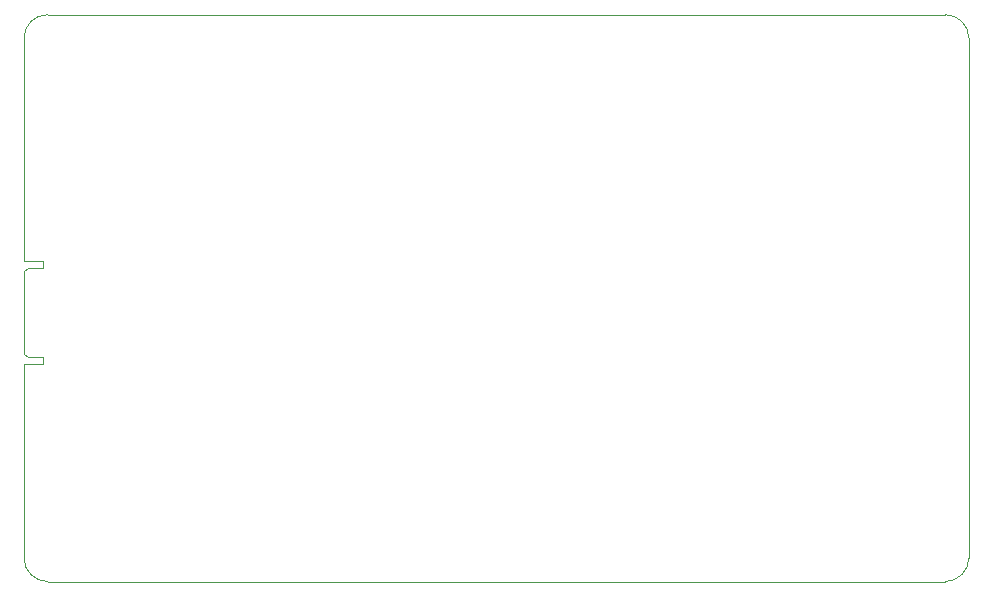
<source format=gbr>
%TF.GenerationSoftware,KiCad,Pcbnew,9.0.1+1*%
%TF.CreationDate,2025-09-07T18:59:13+00:00*%
%TF.ProjectId,ZSWatch-Dock,5a535761-7463-4682-9d44-6f636b2e6b69,2.2.0*%
%TF.SameCoordinates,Original*%
%TF.FileFunction,Profile,NP*%
%FSLAX46Y46*%
G04 Gerber Fmt 4.6, Leading zero omitted, Abs format (unit mm)*
G04 Created by KiCad (PCBNEW 9.0.1+1) date 2025-09-07 18:59:13*
%MOMM*%
%LPD*%
G01*
G04 APERTURE LIST*
%TA.AperFunction,Profile*%
%ADD10C,0.050000*%
%TD*%
G04 APERTURE END LIST*
D10*
X169300000Y-152075000D02*
X169300000Y-152720000D01*
X167700000Y-125100000D02*
G75*
G02*
X169700000Y-123100000I2000000J0D01*
G01*
X167700000Y-169100000D02*
X167700000Y-152720000D01*
X169700000Y-171100000D02*
G75*
G02*
X167700000Y-169100000I0J2000000D01*
G01*
X167700000Y-143925000D02*
X169300000Y-143925000D01*
X245700000Y-123100000D02*
G75*
G02*
X247700000Y-125100000I0J-2000000D01*
G01*
X245700000Y-171100000D02*
X169700000Y-171100000D01*
X247700000Y-125100000D02*
X247700000Y-169100000D01*
X169300000Y-144575000D02*
X168050000Y-144575000D01*
X167700000Y-144775000D02*
X168050000Y-144575000D01*
X167700000Y-152720000D02*
X169300000Y-152720000D01*
X168050000Y-152075000D02*
X169300000Y-152075000D01*
X169700000Y-123100000D02*
X245700000Y-123100000D01*
X247700000Y-169100000D02*
G75*
G02*
X245700000Y-171100000I-2000000J0D01*
G01*
X167700000Y-144775000D02*
X167700000Y-151875000D01*
X168050000Y-152075000D02*
X167700000Y-151875000D01*
X167700000Y-143925000D02*
X167700000Y-125100000D01*
X169300000Y-143925000D02*
X169300000Y-144575000D01*
M02*

</source>
